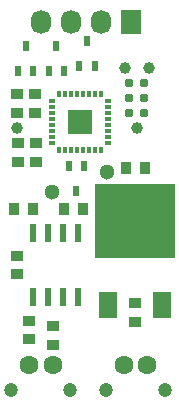
<source format=gts>
G04 #@! TF.FileFunction,Soldermask,Top*
%FSLAX46Y46*%
G04 Gerber Fmt 4.6, Leading zero omitted, Abs format (unit mm)*
G04 Created by KiCad (PCBNEW 4.0.2-4+6225~38~ubuntu15.10.1-stable) date Mon 28 Mar 2016 22:58:05 BST*
%MOMM*%
G01*
G04 APERTURE LIST*
%ADD10C,0.100000*%
%ADD11R,0.600000X1.550000*%
%ADD12C,1.200000*%
%ADD13C,1.600000*%
%ADD14R,0.950000X1.000000*%
%ADD15R,1.000000X0.950000*%
%ADD16C,0.787000*%
%ADD17C,1.000000*%
%ADD18R,1.727200X2.032000*%
%ADD19O,1.727200X2.032000*%
%ADD20C,1.300000*%
%ADD21R,6.740000X6.230000*%
%ADD22R,1.524000X2.280000*%
%ADD23R,0.600000X0.300000*%
%ADD24R,0.300000X0.600000*%
%ADD25R,2.002000X2.002000*%
%ADD26R,0.550000X0.850000*%
G04 APERTURE END LIST*
D10*
D11*
X118845000Y-100700000D03*
X120115000Y-100700000D03*
X121385000Y-100700000D03*
X122655000Y-100700000D03*
X122655000Y-95300000D03*
X121385000Y-95300000D03*
X120115000Y-95300000D03*
X118845000Y-95300000D03*
D12*
X117000000Y-108600000D03*
X122000000Y-108600000D03*
D13*
X118500000Y-106500000D03*
X120500000Y-106500000D03*
D14*
X117200000Y-93250000D03*
X118800000Y-93250000D03*
D15*
X117500000Y-85100000D03*
X117500000Y-83500000D03*
X119000000Y-85100000D03*
X119000000Y-83500000D03*
X119100000Y-87700000D03*
X119100000Y-89300000D03*
D14*
X126700000Y-89800000D03*
X128300000Y-89800000D03*
D15*
X127500000Y-101200000D03*
X127500000Y-102800000D03*
D14*
X123050000Y-93250000D03*
X121450000Y-93250000D03*
D12*
X125000000Y-108600000D03*
X130000000Y-108600000D03*
D13*
X126500000Y-106500000D03*
X128500000Y-106500000D03*
D16*
X128240000Y-85170000D03*
X126970000Y-85170000D03*
X128240000Y-83900000D03*
X126970000Y-83900000D03*
X128240000Y-82630000D03*
X126970000Y-82630000D03*
D17*
X127605000Y-86440000D03*
X128621000Y-81360000D03*
X126589000Y-81360000D03*
D18*
X127100000Y-77400000D03*
D19*
X124560000Y-77400000D03*
X122020000Y-77400000D03*
X119480000Y-77400000D03*
D15*
X117500000Y-97200000D03*
X117500000Y-98800000D03*
D20*
X120400768Y-91855050D03*
X125099232Y-90144950D03*
D21*
X127500000Y-94250000D03*
D22*
X125220000Y-101395000D03*
X129780000Y-101395000D03*
D23*
X120450000Y-84150000D03*
X120450000Y-84650000D03*
X120450000Y-85150000D03*
X120450000Y-85650000D03*
X120450000Y-86150000D03*
X120450000Y-86650000D03*
X120450000Y-87150000D03*
X120450000Y-87650000D03*
D24*
X121050000Y-88250000D03*
X121550000Y-88250000D03*
X122050000Y-88250000D03*
X122550000Y-88250000D03*
X123050000Y-88250000D03*
X123550000Y-88250000D03*
X124050000Y-88250000D03*
X124550000Y-88250000D03*
D23*
X125150000Y-87650000D03*
X125150000Y-87150000D03*
X125150000Y-86650000D03*
X125150000Y-86150000D03*
X125150000Y-85650000D03*
X125150000Y-85150000D03*
X125150000Y-84650000D03*
X125150000Y-84150000D03*
D24*
X124550000Y-83550000D03*
X124050000Y-83550000D03*
X123550000Y-83550000D03*
X123050000Y-83550000D03*
X122550000Y-83550000D03*
X122050000Y-83550000D03*
X121550000Y-83550000D03*
X121050000Y-83550000D03*
D25*
X122800000Y-85900000D03*
D26*
X122750000Y-81150000D03*
X124050000Y-81150000D03*
X123400000Y-79050000D03*
X120150000Y-81550000D03*
X121450000Y-81550000D03*
X120800000Y-79450000D03*
X117550000Y-81550000D03*
X118850000Y-81550000D03*
X118200000Y-79450000D03*
X123150000Y-89650000D03*
X121850000Y-89650000D03*
X122500000Y-91750000D03*
D15*
X117600000Y-87700000D03*
X117600000Y-89300000D03*
D17*
X117500000Y-86400000D03*
D15*
X120500000Y-103200000D03*
X120500000Y-104800000D03*
X118500000Y-102700000D03*
X118500000Y-104300000D03*
M02*

</source>
